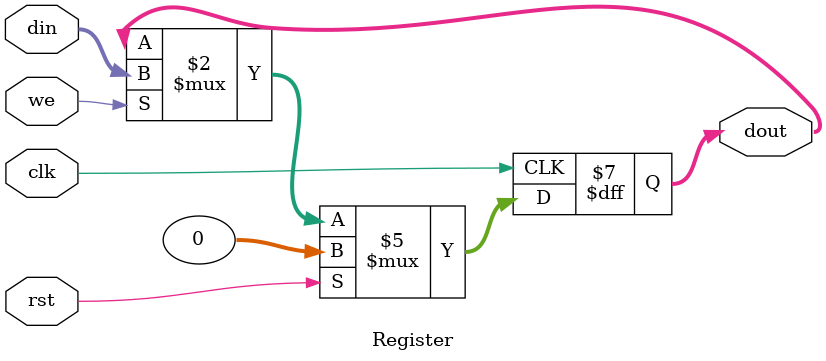
<source format=v>
module Register #(
    parameter WIDTH = 32
) (
    input                  clk, rst, we,
    input      [WIDTH-1:0] din,
    output reg [WIDTH-1:0] dout
);

always @(posedge clk) begin
    if (rst) begin  // 复位
        dout <= 0;
    end    
    else if (we) begin  // 写使能
        dout <= din;        
    end
end
    
endmodule
</source>
